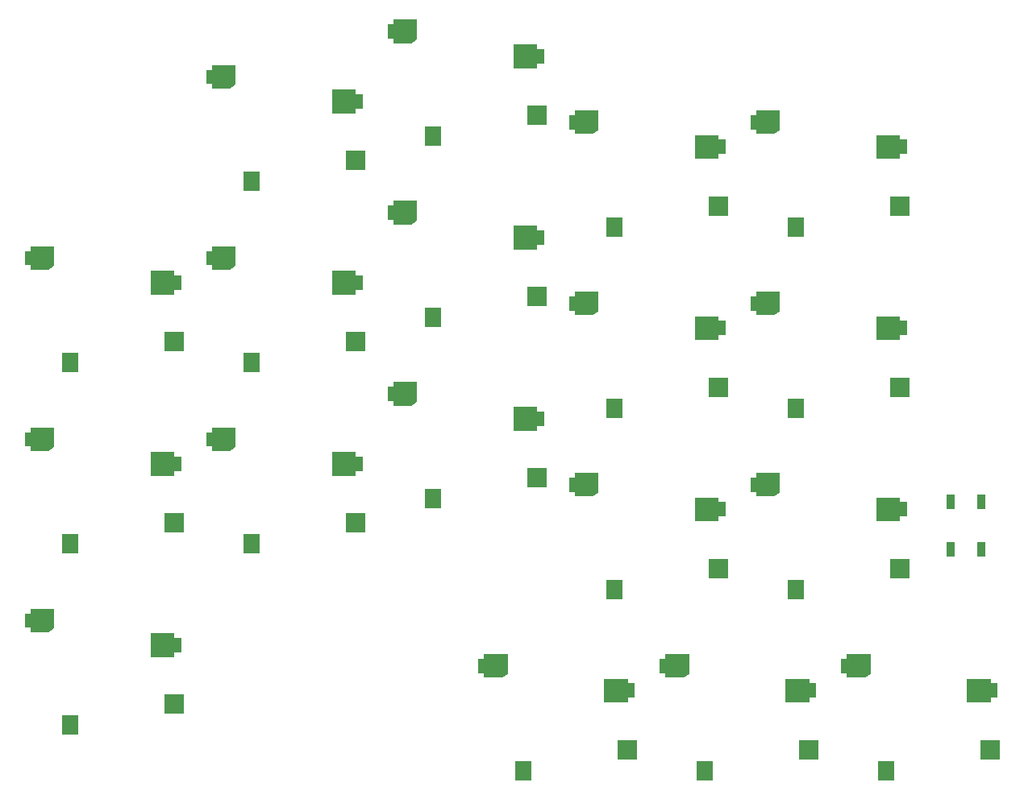
<source format=gbr>
%TF.GenerationSoftware,KiCad,Pcbnew,(5.1.6)-1*%
%TF.CreationDate,2021-05-04T17:20:08-05:00*%
%TF.ProjectId,FlatDox,466c6174-446f-4782-9e6b-696361645f70,rev?*%
%TF.SameCoordinates,Original*%
%TF.FileFunction,Paste,Top*%
%TF.FilePolarity,Positive*%
%FSLAX46Y46*%
G04 Gerber Fmt 4.6, Leading zero omitted, Abs format (unit mm)*
G04 Created by KiCad (PCBNEW (5.1.6)-1) date 2021-05-04 17:20:08*
%MOMM*%
%LPD*%
G01*
G04 APERTURE LIST*
%ADD10C,0.100000*%
%ADD11R,2.000000X2.000000*%
%ADD12R,1.800000X2.000000*%
%ADD13R,0.899160X1.501140*%
G04 APERTURE END LIST*
D10*
%TO.C,SW15*%
G36*
X154019725Y-107281671D02*
G01*
X154029104Y-107284516D01*
X154037749Y-107289137D01*
X154045325Y-107295355D01*
X154051543Y-107302931D01*
X154056164Y-107311576D01*
X154059009Y-107320955D01*
X154059970Y-107330710D01*
X154059970Y-109330710D01*
X154059009Y-109340465D01*
X154056164Y-109349844D01*
X154051543Y-109358489D01*
X154045325Y-109366065D01*
X154037705Y-109372313D01*
X153437705Y-109772313D01*
X153429056Y-109776924D01*
X153419673Y-109779759D01*
X153409970Y-109780710D01*
X151609970Y-109780710D01*
X151600215Y-109779749D01*
X151590836Y-109776904D01*
X151582191Y-109772283D01*
X151574615Y-109766065D01*
X151568397Y-109758489D01*
X151563776Y-109749844D01*
X151560931Y-109740465D01*
X151559970Y-109730710D01*
X151559970Y-109280710D01*
X150959970Y-109280710D01*
X150959970Y-107780710D01*
X151559970Y-107780710D01*
X151559970Y-107330710D01*
X151560931Y-107320955D01*
X151563776Y-107311576D01*
X151568397Y-107302931D01*
X151574615Y-107295355D01*
X151582191Y-107289137D01*
X151590836Y-107284516D01*
X151600215Y-107281671D01*
X151609970Y-107280710D01*
X154009970Y-107280710D01*
X154019725Y-107281671D01*
G37*
G36*
X166619725Y-109881671D02*
G01*
X166629104Y-109884516D01*
X166637749Y-109889137D01*
X166645325Y-109895355D01*
X166651543Y-109902931D01*
X166656164Y-109911576D01*
X166659009Y-109920955D01*
X166659970Y-109930710D01*
X166659970Y-110380710D01*
X167359970Y-110380710D01*
X167359970Y-111880710D01*
X166659970Y-111880710D01*
X166659970Y-112330710D01*
X166659009Y-112340465D01*
X166656164Y-112349844D01*
X166651543Y-112358489D01*
X166645325Y-112366065D01*
X166637749Y-112372283D01*
X166629104Y-112376904D01*
X166619725Y-112379749D01*
X166609970Y-112380710D01*
X164209970Y-112380710D01*
X164200215Y-112379749D01*
X164190836Y-112376904D01*
X164182191Y-112372283D01*
X164174615Y-112366065D01*
X164168397Y-112358489D01*
X164163776Y-112349844D01*
X164160931Y-112340465D01*
X164159970Y-112330710D01*
X164159970Y-109930710D01*
X164160931Y-109920955D01*
X164163776Y-109911576D01*
X164168397Y-109902931D01*
X164174615Y-109895355D01*
X164182191Y-109889137D01*
X164190836Y-109884516D01*
X164200215Y-109881671D01*
X164209970Y-109880710D01*
X166609970Y-109880710D01*
X166619725Y-109881671D01*
G37*
D11*
X166609970Y-117330710D03*
D12*
X155709970Y-119530710D03*
%TD*%
D10*
%TO.C,SW9*%
G36*
X134969725Y-88231671D02*
G01*
X134979104Y-88234516D01*
X134987749Y-88239137D01*
X134995325Y-88245355D01*
X135001543Y-88252931D01*
X135006164Y-88261576D01*
X135009009Y-88270955D01*
X135009970Y-88280710D01*
X135009970Y-90280710D01*
X135009009Y-90290465D01*
X135006164Y-90299844D01*
X135001543Y-90308489D01*
X134995325Y-90316065D01*
X134987705Y-90322313D01*
X134387705Y-90722313D01*
X134379056Y-90726924D01*
X134369673Y-90729759D01*
X134359970Y-90730710D01*
X132559970Y-90730710D01*
X132550215Y-90729749D01*
X132540836Y-90726904D01*
X132532191Y-90722283D01*
X132524615Y-90716065D01*
X132518397Y-90708489D01*
X132513776Y-90699844D01*
X132510931Y-90690465D01*
X132509970Y-90680710D01*
X132509970Y-90230710D01*
X131909970Y-90230710D01*
X131909970Y-88730710D01*
X132509970Y-88730710D01*
X132509970Y-88280710D01*
X132510931Y-88270955D01*
X132513776Y-88261576D01*
X132518397Y-88252931D01*
X132524615Y-88245355D01*
X132532191Y-88239137D01*
X132540836Y-88234516D01*
X132550215Y-88231671D01*
X132559970Y-88230710D01*
X134959970Y-88230710D01*
X134969725Y-88231671D01*
G37*
G36*
X147569725Y-90831671D02*
G01*
X147579104Y-90834516D01*
X147587749Y-90839137D01*
X147595325Y-90845355D01*
X147601543Y-90852931D01*
X147606164Y-90861576D01*
X147609009Y-90870955D01*
X147609970Y-90880710D01*
X147609970Y-91330710D01*
X148309970Y-91330710D01*
X148309970Y-92830710D01*
X147609970Y-92830710D01*
X147609970Y-93280710D01*
X147609009Y-93290465D01*
X147606164Y-93299844D01*
X147601543Y-93308489D01*
X147595325Y-93316065D01*
X147587749Y-93322283D01*
X147579104Y-93326904D01*
X147569725Y-93329749D01*
X147559970Y-93330710D01*
X145159970Y-93330710D01*
X145150215Y-93329749D01*
X145140836Y-93326904D01*
X145132191Y-93322283D01*
X145124615Y-93316065D01*
X145118397Y-93308489D01*
X145113776Y-93299844D01*
X145110931Y-93290465D01*
X145109970Y-93280710D01*
X145109970Y-90880710D01*
X145110931Y-90870955D01*
X145113776Y-90861576D01*
X145118397Y-90852931D01*
X145124615Y-90845355D01*
X145132191Y-90839137D01*
X145140836Y-90834516D01*
X145150215Y-90831671D01*
X145159970Y-90830710D01*
X147559970Y-90830710D01*
X147569725Y-90831671D01*
G37*
D11*
X147559970Y-98280710D03*
D12*
X136659970Y-100480710D03*
%TD*%
D10*
%TO.C,SW17*%
G36*
X125444725Y-126331671D02*
G01*
X125454104Y-126334516D01*
X125462749Y-126339137D01*
X125470325Y-126345355D01*
X125476543Y-126352931D01*
X125481164Y-126361576D01*
X125484009Y-126370955D01*
X125484970Y-126380710D01*
X125484970Y-128380710D01*
X125484009Y-128390465D01*
X125481164Y-128399844D01*
X125476543Y-128408489D01*
X125470325Y-128416065D01*
X125462705Y-128422313D01*
X124862705Y-128822313D01*
X124854056Y-128826924D01*
X124844673Y-128829759D01*
X124834970Y-128830710D01*
X123034970Y-128830710D01*
X123025215Y-128829749D01*
X123015836Y-128826904D01*
X123007191Y-128822283D01*
X122999615Y-128816065D01*
X122993397Y-128808489D01*
X122988776Y-128799844D01*
X122985931Y-128790465D01*
X122984970Y-128780710D01*
X122984970Y-128330710D01*
X122384970Y-128330710D01*
X122384970Y-126830710D01*
X122984970Y-126830710D01*
X122984970Y-126380710D01*
X122985931Y-126370955D01*
X122988776Y-126361576D01*
X122993397Y-126352931D01*
X122999615Y-126345355D01*
X123007191Y-126339137D01*
X123015836Y-126334516D01*
X123025215Y-126331671D01*
X123034970Y-126330710D01*
X125434970Y-126330710D01*
X125444725Y-126331671D01*
G37*
G36*
X138044725Y-128931671D02*
G01*
X138054104Y-128934516D01*
X138062749Y-128939137D01*
X138070325Y-128945355D01*
X138076543Y-128952931D01*
X138081164Y-128961576D01*
X138084009Y-128970955D01*
X138084970Y-128980710D01*
X138084970Y-129430710D01*
X138784970Y-129430710D01*
X138784970Y-130930710D01*
X138084970Y-130930710D01*
X138084970Y-131380710D01*
X138084009Y-131390465D01*
X138081164Y-131399844D01*
X138076543Y-131408489D01*
X138070325Y-131416065D01*
X138062749Y-131422283D01*
X138054104Y-131426904D01*
X138044725Y-131429749D01*
X138034970Y-131430710D01*
X135634970Y-131430710D01*
X135625215Y-131429749D01*
X135615836Y-131426904D01*
X135607191Y-131422283D01*
X135599615Y-131416065D01*
X135593397Y-131408489D01*
X135588776Y-131399844D01*
X135585931Y-131390465D01*
X135584970Y-131380710D01*
X135584970Y-128980710D01*
X135585931Y-128970955D01*
X135588776Y-128961576D01*
X135593397Y-128952931D01*
X135599615Y-128945355D01*
X135607191Y-128939137D01*
X135615836Y-128934516D01*
X135625215Y-128931671D01*
X135634970Y-128930710D01*
X138034970Y-128930710D01*
X138044725Y-128931671D01*
G37*
D11*
X138034970Y-136380710D03*
D12*
X127134970Y-138580710D03*
%TD*%
D10*
%TO.C,SW8*%
G36*
X115919725Y-78706671D02*
G01*
X115929104Y-78709516D01*
X115937749Y-78714137D01*
X115945325Y-78720355D01*
X115951543Y-78727931D01*
X115956164Y-78736576D01*
X115959009Y-78745955D01*
X115959970Y-78755710D01*
X115959970Y-80755710D01*
X115959009Y-80765465D01*
X115956164Y-80774844D01*
X115951543Y-80783489D01*
X115945325Y-80791065D01*
X115937705Y-80797313D01*
X115337705Y-81197313D01*
X115329056Y-81201924D01*
X115319673Y-81204759D01*
X115309970Y-81205710D01*
X113509970Y-81205710D01*
X113500215Y-81204749D01*
X113490836Y-81201904D01*
X113482191Y-81197283D01*
X113474615Y-81191065D01*
X113468397Y-81183489D01*
X113463776Y-81174844D01*
X113460931Y-81165465D01*
X113459970Y-81155710D01*
X113459970Y-80705710D01*
X112859970Y-80705710D01*
X112859970Y-79205710D01*
X113459970Y-79205710D01*
X113459970Y-78755710D01*
X113460931Y-78745955D01*
X113463776Y-78736576D01*
X113468397Y-78727931D01*
X113474615Y-78720355D01*
X113482191Y-78714137D01*
X113490836Y-78709516D01*
X113500215Y-78706671D01*
X113509970Y-78705710D01*
X115909970Y-78705710D01*
X115919725Y-78706671D01*
G37*
G36*
X128519725Y-81306671D02*
G01*
X128529104Y-81309516D01*
X128537749Y-81314137D01*
X128545325Y-81320355D01*
X128551543Y-81327931D01*
X128556164Y-81336576D01*
X128559009Y-81345955D01*
X128559970Y-81355710D01*
X128559970Y-81805710D01*
X129259970Y-81805710D01*
X129259970Y-83305710D01*
X128559970Y-83305710D01*
X128559970Y-83755710D01*
X128559009Y-83765465D01*
X128556164Y-83774844D01*
X128551543Y-83783489D01*
X128545325Y-83791065D01*
X128537749Y-83797283D01*
X128529104Y-83801904D01*
X128519725Y-83804749D01*
X128509970Y-83805710D01*
X126109970Y-83805710D01*
X126100215Y-83804749D01*
X126090836Y-83801904D01*
X126082191Y-83797283D01*
X126074615Y-83791065D01*
X126068397Y-83783489D01*
X126063776Y-83774844D01*
X126060931Y-83765465D01*
X126059970Y-83755710D01*
X126059970Y-81355710D01*
X126060931Y-81345955D01*
X126063776Y-81336576D01*
X126068397Y-81327931D01*
X126074615Y-81320355D01*
X126082191Y-81314137D01*
X126090836Y-81309516D01*
X126100215Y-81306671D01*
X126109970Y-81305710D01*
X128509970Y-81305710D01*
X128519725Y-81306671D01*
G37*
D11*
X128509970Y-88755710D03*
D12*
X117609970Y-90955710D03*
%TD*%
D10*
%TO.C,SW4*%
G36*
X134969725Y-69181671D02*
G01*
X134979104Y-69184516D01*
X134987749Y-69189137D01*
X134995325Y-69195355D01*
X135001543Y-69202931D01*
X135006164Y-69211576D01*
X135009009Y-69220955D01*
X135009970Y-69230710D01*
X135009970Y-71230710D01*
X135009009Y-71240465D01*
X135006164Y-71249844D01*
X135001543Y-71258489D01*
X134995325Y-71266065D01*
X134987705Y-71272313D01*
X134387705Y-71672313D01*
X134379056Y-71676924D01*
X134369673Y-71679759D01*
X134359970Y-71680710D01*
X132559970Y-71680710D01*
X132550215Y-71679749D01*
X132540836Y-71676904D01*
X132532191Y-71672283D01*
X132524615Y-71666065D01*
X132518397Y-71658489D01*
X132513776Y-71649844D01*
X132510931Y-71640465D01*
X132509970Y-71630710D01*
X132509970Y-71180710D01*
X131909970Y-71180710D01*
X131909970Y-69680710D01*
X132509970Y-69680710D01*
X132509970Y-69230710D01*
X132510931Y-69220955D01*
X132513776Y-69211576D01*
X132518397Y-69202931D01*
X132524615Y-69195355D01*
X132532191Y-69189137D01*
X132540836Y-69184516D01*
X132550215Y-69181671D01*
X132559970Y-69180710D01*
X134959970Y-69180710D01*
X134969725Y-69181671D01*
G37*
G36*
X147569725Y-71781671D02*
G01*
X147579104Y-71784516D01*
X147587749Y-71789137D01*
X147595325Y-71795355D01*
X147601543Y-71802931D01*
X147606164Y-71811576D01*
X147609009Y-71820955D01*
X147609970Y-71830710D01*
X147609970Y-72280710D01*
X148309970Y-72280710D01*
X148309970Y-73780710D01*
X147609970Y-73780710D01*
X147609970Y-74230710D01*
X147609009Y-74240465D01*
X147606164Y-74249844D01*
X147601543Y-74258489D01*
X147595325Y-74266065D01*
X147587749Y-74272283D01*
X147579104Y-74276904D01*
X147569725Y-74279749D01*
X147559970Y-74280710D01*
X145159970Y-74280710D01*
X145150215Y-74279749D01*
X145140836Y-74276904D01*
X145132191Y-74272283D01*
X145124615Y-74266065D01*
X145118397Y-74258489D01*
X145113776Y-74249844D01*
X145110931Y-74240465D01*
X145109970Y-74230710D01*
X145109970Y-71830710D01*
X145110931Y-71820955D01*
X145113776Y-71811576D01*
X145118397Y-71802931D01*
X145124615Y-71795355D01*
X145132191Y-71789137D01*
X145140836Y-71784516D01*
X145150215Y-71781671D01*
X145159970Y-71780710D01*
X147559970Y-71780710D01*
X147569725Y-71781671D01*
G37*
D11*
X147559970Y-79230710D03*
D12*
X136659970Y-81430710D03*
%TD*%
D10*
%TO.C,SW18*%
G36*
X144494725Y-126331671D02*
G01*
X144504104Y-126334516D01*
X144512749Y-126339137D01*
X144520325Y-126345355D01*
X144526543Y-126352931D01*
X144531164Y-126361576D01*
X144534009Y-126370955D01*
X144534970Y-126380710D01*
X144534970Y-128380710D01*
X144534009Y-128390465D01*
X144531164Y-128399844D01*
X144526543Y-128408489D01*
X144520325Y-128416065D01*
X144512705Y-128422313D01*
X143912705Y-128822313D01*
X143904056Y-128826924D01*
X143894673Y-128829759D01*
X143884970Y-128830710D01*
X142084970Y-128830710D01*
X142075215Y-128829749D01*
X142065836Y-128826904D01*
X142057191Y-128822283D01*
X142049615Y-128816065D01*
X142043397Y-128808489D01*
X142038776Y-128799844D01*
X142035931Y-128790465D01*
X142034970Y-128780710D01*
X142034970Y-128330710D01*
X141434970Y-128330710D01*
X141434970Y-126830710D01*
X142034970Y-126830710D01*
X142034970Y-126380710D01*
X142035931Y-126370955D01*
X142038776Y-126361576D01*
X142043397Y-126352931D01*
X142049615Y-126345355D01*
X142057191Y-126339137D01*
X142065836Y-126334516D01*
X142075215Y-126331671D01*
X142084970Y-126330710D01*
X144484970Y-126330710D01*
X144494725Y-126331671D01*
G37*
G36*
X157094725Y-128931671D02*
G01*
X157104104Y-128934516D01*
X157112749Y-128939137D01*
X157120325Y-128945355D01*
X157126543Y-128952931D01*
X157131164Y-128961576D01*
X157134009Y-128970955D01*
X157134970Y-128980710D01*
X157134970Y-129430710D01*
X157834970Y-129430710D01*
X157834970Y-130930710D01*
X157134970Y-130930710D01*
X157134970Y-131380710D01*
X157134009Y-131390465D01*
X157131164Y-131399844D01*
X157126543Y-131408489D01*
X157120325Y-131416065D01*
X157112749Y-131422283D01*
X157104104Y-131426904D01*
X157094725Y-131429749D01*
X157084970Y-131430710D01*
X154684970Y-131430710D01*
X154675215Y-131429749D01*
X154665836Y-131426904D01*
X154657191Y-131422283D01*
X154649615Y-131416065D01*
X154643397Y-131408489D01*
X154638776Y-131399844D01*
X154635931Y-131390465D01*
X154634970Y-131380710D01*
X154634970Y-128980710D01*
X154635931Y-128970955D01*
X154638776Y-128961576D01*
X154643397Y-128952931D01*
X154649615Y-128945355D01*
X154657191Y-128939137D01*
X154665836Y-128934516D01*
X154675215Y-128931671D01*
X154684970Y-128930710D01*
X157084970Y-128930710D01*
X157094725Y-128931671D01*
G37*
D11*
X157084970Y-136380710D03*
D12*
X146184970Y-138580710D03*
%TD*%
D10*
%TO.C,SW5*%
G36*
X154019725Y-69181671D02*
G01*
X154029104Y-69184516D01*
X154037749Y-69189137D01*
X154045325Y-69195355D01*
X154051543Y-69202931D01*
X154056164Y-69211576D01*
X154059009Y-69220955D01*
X154059970Y-69230710D01*
X154059970Y-71230710D01*
X154059009Y-71240465D01*
X154056164Y-71249844D01*
X154051543Y-71258489D01*
X154045325Y-71266065D01*
X154037705Y-71272313D01*
X153437705Y-71672313D01*
X153429056Y-71676924D01*
X153419673Y-71679759D01*
X153409970Y-71680710D01*
X151609970Y-71680710D01*
X151600215Y-71679749D01*
X151590836Y-71676904D01*
X151582191Y-71672283D01*
X151574615Y-71666065D01*
X151568397Y-71658489D01*
X151563776Y-71649844D01*
X151560931Y-71640465D01*
X151559970Y-71630710D01*
X151559970Y-71180710D01*
X150959970Y-71180710D01*
X150959970Y-69680710D01*
X151559970Y-69680710D01*
X151559970Y-69230710D01*
X151560931Y-69220955D01*
X151563776Y-69211576D01*
X151568397Y-69202931D01*
X151574615Y-69195355D01*
X151582191Y-69189137D01*
X151590836Y-69184516D01*
X151600215Y-69181671D01*
X151609970Y-69180710D01*
X154009970Y-69180710D01*
X154019725Y-69181671D01*
G37*
G36*
X166619725Y-71781671D02*
G01*
X166629104Y-71784516D01*
X166637749Y-71789137D01*
X166645325Y-71795355D01*
X166651543Y-71802931D01*
X166656164Y-71811576D01*
X166659009Y-71820955D01*
X166659970Y-71830710D01*
X166659970Y-72280710D01*
X167359970Y-72280710D01*
X167359970Y-73780710D01*
X166659970Y-73780710D01*
X166659970Y-74230710D01*
X166659009Y-74240465D01*
X166656164Y-74249844D01*
X166651543Y-74258489D01*
X166645325Y-74266065D01*
X166637749Y-74272283D01*
X166629104Y-74276904D01*
X166619725Y-74279749D01*
X166609970Y-74280710D01*
X164209970Y-74280710D01*
X164200215Y-74279749D01*
X164190836Y-74276904D01*
X164182191Y-74272283D01*
X164174615Y-74266065D01*
X164168397Y-74258489D01*
X164163776Y-74249844D01*
X164160931Y-74240465D01*
X164159970Y-74230710D01*
X164159970Y-71830710D01*
X164160931Y-71820955D01*
X164163776Y-71811576D01*
X164168397Y-71802931D01*
X164174615Y-71795355D01*
X164182191Y-71789137D01*
X164190836Y-71784516D01*
X164200215Y-71781671D01*
X164209970Y-71780710D01*
X166609970Y-71780710D01*
X166619725Y-71781671D01*
G37*
D11*
X166609970Y-79230710D03*
D12*
X155709970Y-81430710D03*
%TD*%
D10*
%TO.C,SW12*%
G36*
X96869725Y-102519171D02*
G01*
X96879104Y-102522016D01*
X96887749Y-102526637D01*
X96895325Y-102532855D01*
X96901543Y-102540431D01*
X96906164Y-102549076D01*
X96909009Y-102558455D01*
X96909970Y-102568210D01*
X96909970Y-104568210D01*
X96909009Y-104577965D01*
X96906164Y-104587344D01*
X96901543Y-104595989D01*
X96895325Y-104603565D01*
X96887705Y-104609813D01*
X96287705Y-105009813D01*
X96279056Y-105014424D01*
X96269673Y-105017259D01*
X96259970Y-105018210D01*
X94459970Y-105018210D01*
X94450215Y-105017249D01*
X94440836Y-105014404D01*
X94432191Y-105009783D01*
X94424615Y-105003565D01*
X94418397Y-104995989D01*
X94413776Y-104987344D01*
X94410931Y-104977965D01*
X94409970Y-104968210D01*
X94409970Y-104518210D01*
X93809970Y-104518210D01*
X93809970Y-103018210D01*
X94409970Y-103018210D01*
X94409970Y-102568210D01*
X94410931Y-102558455D01*
X94413776Y-102549076D01*
X94418397Y-102540431D01*
X94424615Y-102532855D01*
X94432191Y-102526637D01*
X94440836Y-102522016D01*
X94450215Y-102519171D01*
X94459970Y-102518210D01*
X96859970Y-102518210D01*
X96869725Y-102519171D01*
G37*
G36*
X109469725Y-105119171D02*
G01*
X109479104Y-105122016D01*
X109487749Y-105126637D01*
X109495325Y-105132855D01*
X109501543Y-105140431D01*
X109506164Y-105149076D01*
X109509009Y-105158455D01*
X109509970Y-105168210D01*
X109509970Y-105618210D01*
X110209970Y-105618210D01*
X110209970Y-107118210D01*
X109509970Y-107118210D01*
X109509970Y-107568210D01*
X109509009Y-107577965D01*
X109506164Y-107587344D01*
X109501543Y-107595989D01*
X109495325Y-107603565D01*
X109487749Y-107609783D01*
X109479104Y-107614404D01*
X109469725Y-107617249D01*
X109459970Y-107618210D01*
X107059970Y-107618210D01*
X107050215Y-107617249D01*
X107040836Y-107614404D01*
X107032191Y-107609783D01*
X107024615Y-107603565D01*
X107018397Y-107595989D01*
X107013776Y-107587344D01*
X107010931Y-107577965D01*
X107009970Y-107568210D01*
X107009970Y-105168210D01*
X107010931Y-105158455D01*
X107013776Y-105149076D01*
X107018397Y-105140431D01*
X107024615Y-105132855D01*
X107032191Y-105126637D01*
X107040836Y-105122016D01*
X107050215Y-105119171D01*
X107059970Y-105118210D01*
X109459970Y-105118210D01*
X109469725Y-105119171D01*
G37*
D11*
X109459970Y-112568210D03*
D12*
X98559970Y-114768210D03*
%TD*%
D10*
%TO.C,SW14*%
G36*
X134969725Y-107281671D02*
G01*
X134979104Y-107284516D01*
X134987749Y-107289137D01*
X134995325Y-107295355D01*
X135001543Y-107302931D01*
X135006164Y-107311576D01*
X135009009Y-107320955D01*
X135009970Y-107330710D01*
X135009970Y-109330710D01*
X135009009Y-109340465D01*
X135006164Y-109349844D01*
X135001543Y-109358489D01*
X134995325Y-109366065D01*
X134987705Y-109372313D01*
X134387705Y-109772313D01*
X134379056Y-109776924D01*
X134369673Y-109779759D01*
X134359970Y-109780710D01*
X132559970Y-109780710D01*
X132550215Y-109779749D01*
X132540836Y-109776904D01*
X132532191Y-109772283D01*
X132524615Y-109766065D01*
X132518397Y-109758489D01*
X132513776Y-109749844D01*
X132510931Y-109740465D01*
X132509970Y-109730710D01*
X132509970Y-109280710D01*
X131909970Y-109280710D01*
X131909970Y-107780710D01*
X132509970Y-107780710D01*
X132509970Y-107330710D01*
X132510931Y-107320955D01*
X132513776Y-107311576D01*
X132518397Y-107302931D01*
X132524615Y-107295355D01*
X132532191Y-107289137D01*
X132540836Y-107284516D01*
X132550215Y-107281671D01*
X132559970Y-107280710D01*
X134959970Y-107280710D01*
X134969725Y-107281671D01*
G37*
G36*
X147569725Y-109881671D02*
G01*
X147579104Y-109884516D01*
X147587749Y-109889137D01*
X147595325Y-109895355D01*
X147601543Y-109902931D01*
X147606164Y-109911576D01*
X147609009Y-109920955D01*
X147609970Y-109930710D01*
X147609970Y-110380710D01*
X148309970Y-110380710D01*
X148309970Y-111880710D01*
X147609970Y-111880710D01*
X147609970Y-112330710D01*
X147609009Y-112340465D01*
X147606164Y-112349844D01*
X147601543Y-112358489D01*
X147595325Y-112366065D01*
X147587749Y-112372283D01*
X147579104Y-112376904D01*
X147569725Y-112379749D01*
X147559970Y-112380710D01*
X145159970Y-112380710D01*
X145150215Y-112379749D01*
X145140836Y-112376904D01*
X145132191Y-112372283D01*
X145124615Y-112366065D01*
X145118397Y-112358489D01*
X145113776Y-112349844D01*
X145110931Y-112340465D01*
X145109970Y-112330710D01*
X145109970Y-109930710D01*
X145110931Y-109920955D01*
X145113776Y-109911576D01*
X145118397Y-109902931D01*
X145124615Y-109895355D01*
X145132191Y-109889137D01*
X145140836Y-109884516D01*
X145150215Y-109881671D01*
X145159970Y-109880710D01*
X147559970Y-109880710D01*
X147569725Y-109881671D01*
G37*
D11*
X147559970Y-117330710D03*
D12*
X136659970Y-119530710D03*
%TD*%
D10*
%TO.C,SW6*%
G36*
X77819725Y-102519171D02*
G01*
X77829104Y-102522016D01*
X77837749Y-102526637D01*
X77845325Y-102532855D01*
X77851543Y-102540431D01*
X77856164Y-102549076D01*
X77859009Y-102558455D01*
X77859970Y-102568210D01*
X77859970Y-104568210D01*
X77859009Y-104577965D01*
X77856164Y-104587344D01*
X77851543Y-104595989D01*
X77845325Y-104603565D01*
X77837705Y-104609813D01*
X77237705Y-105009813D01*
X77229056Y-105014424D01*
X77219673Y-105017259D01*
X77209970Y-105018210D01*
X75409970Y-105018210D01*
X75400215Y-105017249D01*
X75390836Y-105014404D01*
X75382191Y-105009783D01*
X75374615Y-105003565D01*
X75368397Y-104995989D01*
X75363776Y-104987344D01*
X75360931Y-104977965D01*
X75359970Y-104968210D01*
X75359970Y-104518210D01*
X74759970Y-104518210D01*
X74759970Y-103018210D01*
X75359970Y-103018210D01*
X75359970Y-102568210D01*
X75360931Y-102558455D01*
X75363776Y-102549076D01*
X75368397Y-102540431D01*
X75374615Y-102532855D01*
X75382191Y-102526637D01*
X75390836Y-102522016D01*
X75400215Y-102519171D01*
X75409970Y-102518210D01*
X77809970Y-102518210D01*
X77819725Y-102519171D01*
G37*
G36*
X90419725Y-105119171D02*
G01*
X90429104Y-105122016D01*
X90437749Y-105126637D01*
X90445325Y-105132855D01*
X90451543Y-105140431D01*
X90456164Y-105149076D01*
X90459009Y-105158455D01*
X90459970Y-105168210D01*
X90459970Y-105618210D01*
X91159970Y-105618210D01*
X91159970Y-107118210D01*
X90459970Y-107118210D01*
X90459970Y-107568210D01*
X90459009Y-107577965D01*
X90456164Y-107587344D01*
X90451543Y-107595989D01*
X90445325Y-107603565D01*
X90437749Y-107609783D01*
X90429104Y-107614404D01*
X90419725Y-107617249D01*
X90409970Y-107618210D01*
X88009970Y-107618210D01*
X88000215Y-107617249D01*
X87990836Y-107614404D01*
X87982191Y-107609783D01*
X87974615Y-107603565D01*
X87968397Y-107595989D01*
X87963776Y-107587344D01*
X87960931Y-107577965D01*
X87959970Y-107568210D01*
X87959970Y-105168210D01*
X87960931Y-105158455D01*
X87963776Y-105149076D01*
X87968397Y-105140431D01*
X87974615Y-105132855D01*
X87982191Y-105126637D01*
X87990836Y-105122016D01*
X88000215Y-105119171D01*
X88009970Y-105118210D01*
X90409970Y-105118210D01*
X90419725Y-105119171D01*
G37*
D11*
X90409970Y-112568210D03*
D12*
X79509970Y-114768210D03*
%TD*%
D10*
%TO.C,SW13*%
G36*
X115919725Y-97756671D02*
G01*
X115929104Y-97759516D01*
X115937749Y-97764137D01*
X115945325Y-97770355D01*
X115951543Y-97777931D01*
X115956164Y-97786576D01*
X115959009Y-97795955D01*
X115959970Y-97805710D01*
X115959970Y-99805710D01*
X115959009Y-99815465D01*
X115956164Y-99824844D01*
X115951543Y-99833489D01*
X115945325Y-99841065D01*
X115937705Y-99847313D01*
X115337705Y-100247313D01*
X115329056Y-100251924D01*
X115319673Y-100254759D01*
X115309970Y-100255710D01*
X113509970Y-100255710D01*
X113500215Y-100254749D01*
X113490836Y-100251904D01*
X113482191Y-100247283D01*
X113474615Y-100241065D01*
X113468397Y-100233489D01*
X113463776Y-100224844D01*
X113460931Y-100215465D01*
X113459970Y-100205710D01*
X113459970Y-99755710D01*
X112859970Y-99755710D01*
X112859970Y-98255710D01*
X113459970Y-98255710D01*
X113459970Y-97805710D01*
X113460931Y-97795955D01*
X113463776Y-97786576D01*
X113468397Y-97777931D01*
X113474615Y-97770355D01*
X113482191Y-97764137D01*
X113490836Y-97759516D01*
X113500215Y-97756671D01*
X113509970Y-97755710D01*
X115909970Y-97755710D01*
X115919725Y-97756671D01*
G37*
G36*
X128519725Y-100356671D02*
G01*
X128529104Y-100359516D01*
X128537749Y-100364137D01*
X128545325Y-100370355D01*
X128551543Y-100377931D01*
X128556164Y-100386576D01*
X128559009Y-100395955D01*
X128559970Y-100405710D01*
X128559970Y-100855710D01*
X129259970Y-100855710D01*
X129259970Y-102355710D01*
X128559970Y-102355710D01*
X128559970Y-102805710D01*
X128559009Y-102815465D01*
X128556164Y-102824844D01*
X128551543Y-102833489D01*
X128545325Y-102841065D01*
X128537749Y-102847283D01*
X128529104Y-102851904D01*
X128519725Y-102854749D01*
X128509970Y-102855710D01*
X126109970Y-102855710D01*
X126100215Y-102854749D01*
X126090836Y-102851904D01*
X126082191Y-102847283D01*
X126074615Y-102841065D01*
X126068397Y-102833489D01*
X126063776Y-102824844D01*
X126060931Y-102815465D01*
X126059970Y-102805710D01*
X126059970Y-100405710D01*
X126060931Y-100395955D01*
X126063776Y-100386576D01*
X126068397Y-100377931D01*
X126074615Y-100370355D01*
X126082191Y-100364137D01*
X126090836Y-100359516D01*
X126100215Y-100356671D01*
X126109970Y-100355710D01*
X128509970Y-100355710D01*
X128519725Y-100356671D01*
G37*
D11*
X128509970Y-107805710D03*
D12*
X117609970Y-110005710D03*
%TD*%
D10*
%TO.C,SW11*%
G36*
X77819725Y-121569171D02*
G01*
X77829104Y-121572016D01*
X77837749Y-121576637D01*
X77845325Y-121582855D01*
X77851543Y-121590431D01*
X77856164Y-121599076D01*
X77859009Y-121608455D01*
X77859970Y-121618210D01*
X77859970Y-123618210D01*
X77859009Y-123627965D01*
X77856164Y-123637344D01*
X77851543Y-123645989D01*
X77845325Y-123653565D01*
X77837705Y-123659813D01*
X77237705Y-124059813D01*
X77229056Y-124064424D01*
X77219673Y-124067259D01*
X77209970Y-124068210D01*
X75409970Y-124068210D01*
X75400215Y-124067249D01*
X75390836Y-124064404D01*
X75382191Y-124059783D01*
X75374615Y-124053565D01*
X75368397Y-124045989D01*
X75363776Y-124037344D01*
X75360931Y-124027965D01*
X75359970Y-124018210D01*
X75359970Y-123568210D01*
X74759970Y-123568210D01*
X74759970Y-122068210D01*
X75359970Y-122068210D01*
X75359970Y-121618210D01*
X75360931Y-121608455D01*
X75363776Y-121599076D01*
X75368397Y-121590431D01*
X75374615Y-121582855D01*
X75382191Y-121576637D01*
X75390836Y-121572016D01*
X75400215Y-121569171D01*
X75409970Y-121568210D01*
X77809970Y-121568210D01*
X77819725Y-121569171D01*
G37*
G36*
X90419725Y-124169171D02*
G01*
X90429104Y-124172016D01*
X90437749Y-124176637D01*
X90445325Y-124182855D01*
X90451543Y-124190431D01*
X90456164Y-124199076D01*
X90459009Y-124208455D01*
X90459970Y-124218210D01*
X90459970Y-124668210D01*
X91159970Y-124668210D01*
X91159970Y-126168210D01*
X90459970Y-126168210D01*
X90459970Y-126618210D01*
X90459009Y-126627965D01*
X90456164Y-126637344D01*
X90451543Y-126645989D01*
X90445325Y-126653565D01*
X90437749Y-126659783D01*
X90429104Y-126664404D01*
X90419725Y-126667249D01*
X90409970Y-126668210D01*
X88009970Y-126668210D01*
X88000215Y-126667249D01*
X87990836Y-126664404D01*
X87982191Y-126659783D01*
X87974615Y-126653565D01*
X87968397Y-126645989D01*
X87963776Y-126637344D01*
X87960931Y-126627965D01*
X87959970Y-126618210D01*
X87959970Y-124218210D01*
X87960931Y-124208455D01*
X87963776Y-124199076D01*
X87968397Y-124190431D01*
X87974615Y-124182855D01*
X87982191Y-124176637D01*
X87990836Y-124172016D01*
X88000215Y-124169171D01*
X88009970Y-124168210D01*
X90409970Y-124168210D01*
X90419725Y-124169171D01*
G37*
D11*
X90409970Y-131618210D03*
D12*
X79509970Y-133818210D03*
%TD*%
D10*
%TO.C,SW2*%
G36*
X96869725Y-64419171D02*
G01*
X96879104Y-64422016D01*
X96887749Y-64426637D01*
X96895325Y-64432855D01*
X96901543Y-64440431D01*
X96906164Y-64449076D01*
X96909009Y-64458455D01*
X96909970Y-64468210D01*
X96909970Y-66468210D01*
X96909009Y-66477965D01*
X96906164Y-66487344D01*
X96901543Y-66495989D01*
X96895325Y-66503565D01*
X96887705Y-66509813D01*
X96287705Y-66909813D01*
X96279056Y-66914424D01*
X96269673Y-66917259D01*
X96259970Y-66918210D01*
X94459970Y-66918210D01*
X94450215Y-66917249D01*
X94440836Y-66914404D01*
X94432191Y-66909783D01*
X94424615Y-66903565D01*
X94418397Y-66895989D01*
X94413776Y-66887344D01*
X94410931Y-66877965D01*
X94409970Y-66868210D01*
X94409970Y-66418210D01*
X93809970Y-66418210D01*
X93809970Y-64918210D01*
X94409970Y-64918210D01*
X94409970Y-64468210D01*
X94410931Y-64458455D01*
X94413776Y-64449076D01*
X94418397Y-64440431D01*
X94424615Y-64432855D01*
X94432191Y-64426637D01*
X94440836Y-64422016D01*
X94450215Y-64419171D01*
X94459970Y-64418210D01*
X96859970Y-64418210D01*
X96869725Y-64419171D01*
G37*
G36*
X109469725Y-67019171D02*
G01*
X109479104Y-67022016D01*
X109487749Y-67026637D01*
X109495325Y-67032855D01*
X109501543Y-67040431D01*
X109506164Y-67049076D01*
X109509009Y-67058455D01*
X109509970Y-67068210D01*
X109509970Y-67518210D01*
X110209970Y-67518210D01*
X110209970Y-69018210D01*
X109509970Y-69018210D01*
X109509970Y-69468210D01*
X109509009Y-69477965D01*
X109506164Y-69487344D01*
X109501543Y-69495989D01*
X109495325Y-69503565D01*
X109487749Y-69509783D01*
X109479104Y-69514404D01*
X109469725Y-69517249D01*
X109459970Y-69518210D01*
X107059970Y-69518210D01*
X107050215Y-69517249D01*
X107040836Y-69514404D01*
X107032191Y-69509783D01*
X107024615Y-69503565D01*
X107018397Y-69495989D01*
X107013776Y-69487344D01*
X107010931Y-69477965D01*
X107009970Y-69468210D01*
X107009970Y-67068210D01*
X107010931Y-67058455D01*
X107013776Y-67049076D01*
X107018397Y-67040431D01*
X107024615Y-67032855D01*
X107032191Y-67026637D01*
X107040836Y-67022016D01*
X107050215Y-67019171D01*
X107059970Y-67018210D01*
X109459970Y-67018210D01*
X109469725Y-67019171D01*
G37*
D11*
X109459970Y-74468210D03*
D12*
X98559970Y-76668210D03*
%TD*%
D10*
%TO.C,SW3*%
G36*
X115919725Y-59656671D02*
G01*
X115929104Y-59659516D01*
X115937749Y-59664137D01*
X115945325Y-59670355D01*
X115951543Y-59677931D01*
X115956164Y-59686576D01*
X115959009Y-59695955D01*
X115959970Y-59705710D01*
X115959970Y-61705710D01*
X115959009Y-61715465D01*
X115956164Y-61724844D01*
X115951543Y-61733489D01*
X115945325Y-61741065D01*
X115937705Y-61747313D01*
X115337705Y-62147313D01*
X115329056Y-62151924D01*
X115319673Y-62154759D01*
X115309970Y-62155710D01*
X113509970Y-62155710D01*
X113500215Y-62154749D01*
X113490836Y-62151904D01*
X113482191Y-62147283D01*
X113474615Y-62141065D01*
X113468397Y-62133489D01*
X113463776Y-62124844D01*
X113460931Y-62115465D01*
X113459970Y-62105710D01*
X113459970Y-61655710D01*
X112859970Y-61655710D01*
X112859970Y-60155710D01*
X113459970Y-60155710D01*
X113459970Y-59705710D01*
X113460931Y-59695955D01*
X113463776Y-59686576D01*
X113468397Y-59677931D01*
X113474615Y-59670355D01*
X113482191Y-59664137D01*
X113490836Y-59659516D01*
X113500215Y-59656671D01*
X113509970Y-59655710D01*
X115909970Y-59655710D01*
X115919725Y-59656671D01*
G37*
G36*
X128519725Y-62256671D02*
G01*
X128529104Y-62259516D01*
X128537749Y-62264137D01*
X128545325Y-62270355D01*
X128551543Y-62277931D01*
X128556164Y-62286576D01*
X128559009Y-62295955D01*
X128559970Y-62305710D01*
X128559970Y-62755710D01*
X129259970Y-62755710D01*
X129259970Y-64255710D01*
X128559970Y-64255710D01*
X128559970Y-64705710D01*
X128559009Y-64715465D01*
X128556164Y-64724844D01*
X128551543Y-64733489D01*
X128545325Y-64741065D01*
X128537749Y-64747283D01*
X128529104Y-64751904D01*
X128519725Y-64754749D01*
X128509970Y-64755710D01*
X126109970Y-64755710D01*
X126100215Y-64754749D01*
X126090836Y-64751904D01*
X126082191Y-64747283D01*
X126074615Y-64741065D01*
X126068397Y-64733489D01*
X126063776Y-64724844D01*
X126060931Y-64715465D01*
X126059970Y-64705710D01*
X126059970Y-62305710D01*
X126060931Y-62295955D01*
X126063776Y-62286576D01*
X126068397Y-62277931D01*
X126074615Y-62270355D01*
X126082191Y-62264137D01*
X126090836Y-62259516D01*
X126100215Y-62256671D01*
X126109970Y-62255710D01*
X128509970Y-62255710D01*
X128519725Y-62256671D01*
G37*
D11*
X128509970Y-69705710D03*
D12*
X117609970Y-71905710D03*
%TD*%
D10*
%TO.C,SW10*%
G36*
X154019725Y-88231671D02*
G01*
X154029104Y-88234516D01*
X154037749Y-88239137D01*
X154045325Y-88245355D01*
X154051543Y-88252931D01*
X154056164Y-88261576D01*
X154059009Y-88270955D01*
X154059970Y-88280710D01*
X154059970Y-90280710D01*
X154059009Y-90290465D01*
X154056164Y-90299844D01*
X154051543Y-90308489D01*
X154045325Y-90316065D01*
X154037705Y-90322313D01*
X153437705Y-90722313D01*
X153429056Y-90726924D01*
X153419673Y-90729759D01*
X153409970Y-90730710D01*
X151609970Y-90730710D01*
X151600215Y-90729749D01*
X151590836Y-90726904D01*
X151582191Y-90722283D01*
X151574615Y-90716065D01*
X151568397Y-90708489D01*
X151563776Y-90699844D01*
X151560931Y-90690465D01*
X151559970Y-90680710D01*
X151559970Y-90230710D01*
X150959970Y-90230710D01*
X150959970Y-88730710D01*
X151559970Y-88730710D01*
X151559970Y-88280710D01*
X151560931Y-88270955D01*
X151563776Y-88261576D01*
X151568397Y-88252931D01*
X151574615Y-88245355D01*
X151582191Y-88239137D01*
X151590836Y-88234516D01*
X151600215Y-88231671D01*
X151609970Y-88230710D01*
X154009970Y-88230710D01*
X154019725Y-88231671D01*
G37*
G36*
X166619725Y-90831671D02*
G01*
X166629104Y-90834516D01*
X166637749Y-90839137D01*
X166645325Y-90845355D01*
X166651543Y-90852931D01*
X166656164Y-90861576D01*
X166659009Y-90870955D01*
X166659970Y-90880710D01*
X166659970Y-91330710D01*
X167359970Y-91330710D01*
X167359970Y-92830710D01*
X166659970Y-92830710D01*
X166659970Y-93280710D01*
X166659009Y-93290465D01*
X166656164Y-93299844D01*
X166651543Y-93308489D01*
X166645325Y-93316065D01*
X166637749Y-93322283D01*
X166629104Y-93326904D01*
X166619725Y-93329749D01*
X166609970Y-93330710D01*
X164209970Y-93330710D01*
X164200215Y-93329749D01*
X164190836Y-93326904D01*
X164182191Y-93322283D01*
X164174615Y-93316065D01*
X164168397Y-93308489D01*
X164163776Y-93299844D01*
X164160931Y-93290465D01*
X164159970Y-93280710D01*
X164159970Y-90880710D01*
X164160931Y-90870955D01*
X164163776Y-90861576D01*
X164168397Y-90852931D01*
X164174615Y-90845355D01*
X164182191Y-90839137D01*
X164190836Y-90834516D01*
X164200215Y-90831671D01*
X164209970Y-90830710D01*
X166609970Y-90830710D01*
X166619725Y-90831671D01*
G37*
D11*
X166609970Y-98280710D03*
D12*
X155709970Y-100480710D03*
%TD*%
D10*
%TO.C,SW7*%
G36*
X96869725Y-83469171D02*
G01*
X96879104Y-83472016D01*
X96887749Y-83476637D01*
X96895325Y-83482855D01*
X96901543Y-83490431D01*
X96906164Y-83499076D01*
X96909009Y-83508455D01*
X96909970Y-83518210D01*
X96909970Y-85518210D01*
X96909009Y-85527965D01*
X96906164Y-85537344D01*
X96901543Y-85545989D01*
X96895325Y-85553565D01*
X96887705Y-85559813D01*
X96287705Y-85959813D01*
X96279056Y-85964424D01*
X96269673Y-85967259D01*
X96259970Y-85968210D01*
X94459970Y-85968210D01*
X94450215Y-85967249D01*
X94440836Y-85964404D01*
X94432191Y-85959783D01*
X94424615Y-85953565D01*
X94418397Y-85945989D01*
X94413776Y-85937344D01*
X94410931Y-85927965D01*
X94409970Y-85918210D01*
X94409970Y-85468210D01*
X93809970Y-85468210D01*
X93809970Y-83968210D01*
X94409970Y-83968210D01*
X94409970Y-83518210D01*
X94410931Y-83508455D01*
X94413776Y-83499076D01*
X94418397Y-83490431D01*
X94424615Y-83482855D01*
X94432191Y-83476637D01*
X94440836Y-83472016D01*
X94450215Y-83469171D01*
X94459970Y-83468210D01*
X96859970Y-83468210D01*
X96869725Y-83469171D01*
G37*
G36*
X109469725Y-86069171D02*
G01*
X109479104Y-86072016D01*
X109487749Y-86076637D01*
X109495325Y-86082855D01*
X109501543Y-86090431D01*
X109506164Y-86099076D01*
X109509009Y-86108455D01*
X109509970Y-86118210D01*
X109509970Y-86568210D01*
X110209970Y-86568210D01*
X110209970Y-88068210D01*
X109509970Y-88068210D01*
X109509970Y-88518210D01*
X109509009Y-88527965D01*
X109506164Y-88537344D01*
X109501543Y-88545989D01*
X109495325Y-88553565D01*
X109487749Y-88559783D01*
X109479104Y-88564404D01*
X109469725Y-88567249D01*
X109459970Y-88568210D01*
X107059970Y-88568210D01*
X107050215Y-88567249D01*
X107040836Y-88564404D01*
X107032191Y-88559783D01*
X107024615Y-88553565D01*
X107018397Y-88545989D01*
X107013776Y-88537344D01*
X107010931Y-88527965D01*
X107009970Y-88518210D01*
X107009970Y-86118210D01*
X107010931Y-86108455D01*
X107013776Y-86099076D01*
X107018397Y-86090431D01*
X107024615Y-86082855D01*
X107032191Y-86076637D01*
X107040836Y-86072016D01*
X107050215Y-86069171D01*
X107059970Y-86068210D01*
X109459970Y-86068210D01*
X109469725Y-86069171D01*
G37*
D11*
X109459970Y-93518210D03*
D12*
X98559970Y-95718210D03*
%TD*%
D10*
%TO.C,SW19*%
G36*
X163544725Y-126331671D02*
G01*
X163554104Y-126334516D01*
X163562749Y-126339137D01*
X163570325Y-126345355D01*
X163576543Y-126352931D01*
X163581164Y-126361576D01*
X163584009Y-126370955D01*
X163584970Y-126380710D01*
X163584970Y-128380710D01*
X163584009Y-128390465D01*
X163581164Y-128399844D01*
X163576543Y-128408489D01*
X163570325Y-128416065D01*
X163562705Y-128422313D01*
X162962705Y-128822313D01*
X162954056Y-128826924D01*
X162944673Y-128829759D01*
X162934970Y-128830710D01*
X161134970Y-128830710D01*
X161125215Y-128829749D01*
X161115836Y-128826904D01*
X161107191Y-128822283D01*
X161099615Y-128816065D01*
X161093397Y-128808489D01*
X161088776Y-128799844D01*
X161085931Y-128790465D01*
X161084970Y-128780710D01*
X161084970Y-128330710D01*
X160484970Y-128330710D01*
X160484970Y-126830710D01*
X161084970Y-126830710D01*
X161084970Y-126380710D01*
X161085931Y-126370955D01*
X161088776Y-126361576D01*
X161093397Y-126352931D01*
X161099615Y-126345355D01*
X161107191Y-126339137D01*
X161115836Y-126334516D01*
X161125215Y-126331671D01*
X161134970Y-126330710D01*
X163534970Y-126330710D01*
X163544725Y-126331671D01*
G37*
G36*
X176144725Y-128931671D02*
G01*
X176154104Y-128934516D01*
X176162749Y-128939137D01*
X176170325Y-128945355D01*
X176176543Y-128952931D01*
X176181164Y-128961576D01*
X176184009Y-128970955D01*
X176184970Y-128980710D01*
X176184970Y-129430710D01*
X176884970Y-129430710D01*
X176884970Y-130930710D01*
X176184970Y-130930710D01*
X176184970Y-131380710D01*
X176184009Y-131390465D01*
X176181164Y-131399844D01*
X176176543Y-131408489D01*
X176170325Y-131416065D01*
X176162749Y-131422283D01*
X176154104Y-131426904D01*
X176144725Y-131429749D01*
X176134970Y-131430710D01*
X173734970Y-131430710D01*
X173725215Y-131429749D01*
X173715836Y-131426904D01*
X173707191Y-131422283D01*
X173699615Y-131416065D01*
X173693397Y-131408489D01*
X173688776Y-131399844D01*
X173685931Y-131390465D01*
X173684970Y-131380710D01*
X173684970Y-128980710D01*
X173685931Y-128970955D01*
X173688776Y-128961576D01*
X173693397Y-128952931D01*
X173699615Y-128945355D01*
X173707191Y-128939137D01*
X173715836Y-128934516D01*
X173725215Y-128931671D01*
X173734970Y-128930710D01*
X176134970Y-128930710D01*
X176144725Y-128931671D01*
G37*
D11*
X176134970Y-136380710D03*
D12*
X165234970Y-138580710D03*
%TD*%
D13*
%TO.C,L1*%
X171991020Y-115336320D03*
X175191420Y-115336320D03*
X175191420Y-110337600D03*
X171991020Y-110337600D03*
%TD*%
D10*
%TO.C,SW1*%
G36*
X77819725Y-83469171D02*
G01*
X77829104Y-83472016D01*
X77837749Y-83476637D01*
X77845325Y-83482855D01*
X77851543Y-83490431D01*
X77856164Y-83499076D01*
X77859009Y-83508455D01*
X77859970Y-83518210D01*
X77859970Y-85518210D01*
X77859009Y-85527965D01*
X77856164Y-85537344D01*
X77851543Y-85545989D01*
X77845325Y-85553565D01*
X77837705Y-85559813D01*
X77237705Y-85959813D01*
X77229056Y-85964424D01*
X77219673Y-85967259D01*
X77209970Y-85968210D01*
X75409970Y-85968210D01*
X75400215Y-85967249D01*
X75390836Y-85964404D01*
X75382191Y-85959783D01*
X75374615Y-85953565D01*
X75368397Y-85945989D01*
X75363776Y-85937344D01*
X75360931Y-85927965D01*
X75359970Y-85918210D01*
X75359970Y-85468210D01*
X74759970Y-85468210D01*
X74759970Y-83968210D01*
X75359970Y-83968210D01*
X75359970Y-83518210D01*
X75360931Y-83508455D01*
X75363776Y-83499076D01*
X75368397Y-83490431D01*
X75374615Y-83482855D01*
X75382191Y-83476637D01*
X75390836Y-83472016D01*
X75400215Y-83469171D01*
X75409970Y-83468210D01*
X77809970Y-83468210D01*
X77819725Y-83469171D01*
G37*
G36*
X90419725Y-86069171D02*
G01*
X90429104Y-86072016D01*
X90437749Y-86076637D01*
X90445325Y-86082855D01*
X90451543Y-86090431D01*
X90456164Y-86099076D01*
X90459009Y-86108455D01*
X90459970Y-86118210D01*
X90459970Y-86568210D01*
X91159970Y-86568210D01*
X91159970Y-88068210D01*
X90459970Y-88068210D01*
X90459970Y-88518210D01*
X90459009Y-88527965D01*
X90456164Y-88537344D01*
X90451543Y-88545989D01*
X90445325Y-88553565D01*
X90437749Y-88559783D01*
X90429104Y-88564404D01*
X90419725Y-88567249D01*
X90409970Y-88568210D01*
X88009970Y-88568210D01*
X88000215Y-88567249D01*
X87990836Y-88564404D01*
X87982191Y-88559783D01*
X87974615Y-88553565D01*
X87968397Y-88545989D01*
X87963776Y-88537344D01*
X87960931Y-88527965D01*
X87959970Y-88518210D01*
X87959970Y-86118210D01*
X87960931Y-86108455D01*
X87963776Y-86099076D01*
X87968397Y-86090431D01*
X87974615Y-86082855D01*
X87982191Y-86076637D01*
X87990836Y-86072016D01*
X88000215Y-86069171D01*
X88009970Y-86068210D01*
X90409970Y-86068210D01*
X90419725Y-86069171D01*
G37*
D11*
X90409970Y-93518210D03*
D12*
X79509970Y-95718210D03*
%TD*%
M02*

</source>
